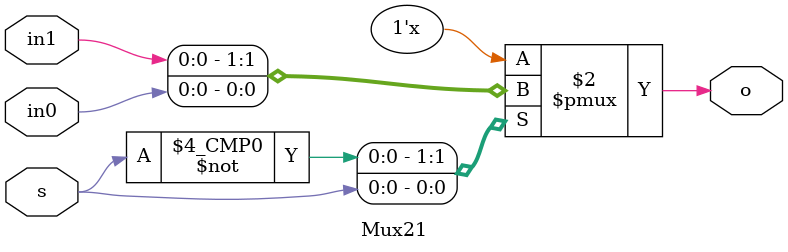
<source format=v>
`timescale 1ns / 1ps


module Mux21(in0, in1, s, o);
    input in0, in1, s;
    output reg o;
    always@(*)
            case(s)
                0: o = in1;
                1: o = in0;
            endcase
endmodule

</source>
